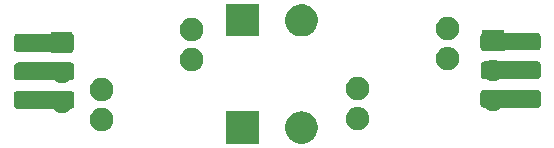
<source format=gts>
G04 #@! TF.GenerationSoftware,KiCad,Pcbnew,5.1.5+dfsg1-2build2*
G04 #@! TF.CreationDate,2022-12-10T10:35:03-05:00*
G04 #@! TF.ProjectId,double-tuned-bpf,646f7562-6c65-42d7-9475-6e65642d6270,rev?*
G04 #@! TF.SameCoordinates,Original*
G04 #@! TF.FileFunction,Soldermask,Top*
G04 #@! TF.FilePolarity,Negative*
%FSLAX46Y46*%
G04 Gerber Fmt 4.6, Leading zero omitted, Abs format (unit mm)*
G04 Created by KiCad (PCBNEW 5.1.5+dfsg1-2build2) date 2022-12-10 10:35:03*
%MOMM*%
%LPD*%
G04 APERTURE LIST*
%ADD10C,0.100000*%
G04 APERTURE END LIST*
D10*
G36*
X129472800Y-100935901D02*
G01*
X129700081Y-100981109D01*
X129949696Y-101084503D01*
X130174344Y-101234608D01*
X130365392Y-101425656D01*
X130515497Y-101650304D01*
X130618891Y-101899919D01*
X130671600Y-102164909D01*
X130671600Y-102435091D01*
X130618891Y-102700081D01*
X130515497Y-102949696D01*
X130365392Y-103174344D01*
X130174344Y-103365392D01*
X129949696Y-103515497D01*
X129700081Y-103618891D01*
X129472800Y-103664099D01*
X129435092Y-103671600D01*
X129164908Y-103671600D01*
X129127200Y-103664099D01*
X128899919Y-103618891D01*
X128650304Y-103515497D01*
X128425656Y-103365392D01*
X128234608Y-103174344D01*
X128084503Y-102949696D01*
X127981109Y-102700081D01*
X127928400Y-102435091D01*
X127928400Y-102164909D01*
X127981109Y-101899919D01*
X128084503Y-101650304D01*
X128234608Y-101425656D01*
X128425656Y-101234608D01*
X128650304Y-101084503D01*
X128899919Y-100981109D01*
X129127200Y-100935901D01*
X129164908Y-100928400D01*
X129435092Y-100928400D01*
X129472800Y-100935901D01*
G37*
G36*
X125671600Y-103671600D02*
G01*
X122928400Y-103671600D01*
X122928400Y-100928400D01*
X125671600Y-100928400D01*
X125671600Y-103671600D01*
G37*
G36*
X112563388Y-100636471D02*
G01*
X112668947Y-100657468D01*
X112849225Y-100732142D01*
X113011471Y-100840551D01*
X113149449Y-100978529D01*
X113257858Y-101140775D01*
X113332532Y-101321053D01*
X113370600Y-101512434D01*
X113370600Y-101707566D01*
X113332532Y-101898947D01*
X113257858Y-102079225D01*
X113149449Y-102241471D01*
X113011471Y-102379449D01*
X112849225Y-102487858D01*
X112668947Y-102562532D01*
X112573256Y-102581566D01*
X112477567Y-102600600D01*
X112282433Y-102600600D01*
X112091053Y-102562532D01*
X111910775Y-102487858D01*
X111748529Y-102379449D01*
X111610551Y-102241471D01*
X111502142Y-102079225D01*
X111427468Y-101898947D01*
X111389400Y-101707566D01*
X111389400Y-101512434D01*
X111427468Y-101321053D01*
X111502142Y-101140775D01*
X111610551Y-100978529D01*
X111748529Y-100840551D01*
X111910775Y-100732142D01*
X112091053Y-100657468D01*
X112196612Y-100636471D01*
X112282433Y-100619400D01*
X112477567Y-100619400D01*
X112563388Y-100636471D01*
G37*
G36*
X134227920Y-100536577D02*
G01*
X134332946Y-100557468D01*
X134417870Y-100592645D01*
X134486147Y-100620926D01*
X134513224Y-100632142D01*
X134675470Y-100740551D01*
X134813448Y-100878529D01*
X134921857Y-101040775D01*
X134963279Y-101140775D01*
X134996531Y-101221054D01*
X135034599Y-101412433D01*
X135034599Y-101607567D01*
X135015565Y-101703256D01*
X134996531Y-101798947D01*
X134921857Y-101979225D01*
X134813448Y-102141471D01*
X134675470Y-102279449D01*
X134513224Y-102387858D01*
X134332946Y-102462532D01*
X134141566Y-102500600D01*
X133946432Y-102500600D01*
X133755052Y-102462532D01*
X133574774Y-102387858D01*
X133412528Y-102279449D01*
X133274550Y-102141471D01*
X133166141Y-101979225D01*
X133091467Y-101798947D01*
X133053399Y-101607567D01*
X133053399Y-101412433D01*
X133091467Y-101221054D01*
X133124720Y-101140775D01*
X133166141Y-101040775D01*
X133274550Y-100878529D01*
X133412528Y-100740551D01*
X133574774Y-100632142D01*
X133601852Y-100620926D01*
X133670128Y-100592645D01*
X133755052Y-100557468D01*
X133860078Y-100536577D01*
X133946432Y-100519400D01*
X134141566Y-100519400D01*
X134227920Y-100536577D01*
G37*
G36*
X109791326Y-99184147D02*
G01*
X109849928Y-99201924D01*
X109903937Y-99230792D01*
X109951277Y-99269643D01*
X109990127Y-99316983D01*
X109991752Y-99320022D01*
X110000945Y-99333781D01*
X110031696Y-99391312D01*
X110049473Y-99449914D01*
X110056080Y-99517000D01*
X110056080Y-100380720D01*
X110049473Y-100447806D01*
X110031696Y-100506408D01*
X110002828Y-100560417D01*
X109963977Y-100607757D01*
X109916637Y-100646608D01*
X109862628Y-100675476D01*
X109804026Y-100693253D01*
X109795049Y-100694137D01*
X109771015Y-100698918D01*
X109748377Y-100708296D01*
X109728003Y-100721910D01*
X109703374Y-100749085D01*
X109699853Y-100754354D01*
X109574354Y-100879853D01*
X109426784Y-100978456D01*
X109262812Y-101046376D01*
X109113512Y-101076073D01*
X109088742Y-101081000D01*
X108911258Y-101081000D01*
X108886488Y-101076073D01*
X108737188Y-101046376D01*
X108573216Y-100978456D01*
X108425646Y-100879853D01*
X108300147Y-100754354D01*
X108300143Y-100754348D01*
X108299244Y-100753449D01*
X108285310Y-100736471D01*
X108266368Y-100720925D01*
X108244757Y-100709375D01*
X108221308Y-100702262D01*
X108196923Y-100699860D01*
X105273220Y-100699860D01*
X105206134Y-100693253D01*
X105147532Y-100675476D01*
X105093523Y-100646608D01*
X105046183Y-100607757D01*
X105007333Y-100560417D01*
X105005708Y-100557378D01*
X104996515Y-100543619D01*
X104965764Y-100486088D01*
X104947987Y-100427486D01*
X104941380Y-100360400D01*
X104941380Y-99496680D01*
X104947987Y-99429594D01*
X104965764Y-99370992D01*
X104994632Y-99316983D01*
X105033483Y-99269643D01*
X105080823Y-99230792D01*
X105134832Y-99201924D01*
X105193434Y-99184147D01*
X105260520Y-99177540D01*
X109724240Y-99177540D01*
X109791326Y-99184147D01*
G37*
G36*
X149291326Y-99084147D02*
G01*
X149349928Y-99101924D01*
X149403937Y-99130792D01*
X149451277Y-99169643D01*
X149490127Y-99216983D01*
X149491752Y-99220022D01*
X149500945Y-99233781D01*
X149531696Y-99291312D01*
X149549473Y-99349914D01*
X149556080Y-99417000D01*
X149556080Y-100280720D01*
X149549473Y-100347806D01*
X149531696Y-100406408D01*
X149502828Y-100460417D01*
X149463977Y-100507757D01*
X149416637Y-100546608D01*
X149362628Y-100575476D01*
X149304026Y-100593253D01*
X149236940Y-100599860D01*
X146206122Y-100599860D01*
X146181736Y-100602262D01*
X146158287Y-100609375D01*
X146136676Y-100620926D01*
X146117745Y-100636462D01*
X146074354Y-100679853D01*
X145926784Y-100778456D01*
X145762812Y-100846376D01*
X145613512Y-100876073D01*
X145588742Y-100881000D01*
X145411258Y-100881000D01*
X145386488Y-100876073D01*
X145237188Y-100846376D01*
X145073216Y-100778456D01*
X144925646Y-100679853D01*
X144882255Y-100636462D01*
X144863324Y-100620926D01*
X144841713Y-100609375D01*
X144818264Y-100602262D01*
X144793878Y-100599860D01*
X144773220Y-100599860D01*
X144706134Y-100593253D01*
X144647532Y-100575476D01*
X144593523Y-100546608D01*
X144546183Y-100507757D01*
X144507333Y-100460417D01*
X144505708Y-100457378D01*
X144496515Y-100443619D01*
X144465764Y-100386088D01*
X144447987Y-100327486D01*
X144441380Y-100260400D01*
X144441380Y-99396680D01*
X144447987Y-99329594D01*
X144465764Y-99270992D01*
X144494632Y-99216983D01*
X144533483Y-99169643D01*
X144580823Y-99130792D01*
X144634832Y-99101924D01*
X144693434Y-99084147D01*
X144760520Y-99077540D01*
X149224240Y-99077540D01*
X149291326Y-99084147D01*
G37*
G36*
X112668947Y-98117468D02*
G01*
X112849225Y-98192142D01*
X113011471Y-98300551D01*
X113149449Y-98438529D01*
X113257858Y-98600775D01*
X113332532Y-98781053D01*
X113370600Y-98972434D01*
X113370600Y-99167566D01*
X113332532Y-99358947D01*
X113257858Y-99539225D01*
X113149449Y-99701471D01*
X113011471Y-99839449D01*
X112849225Y-99947858D01*
X112668947Y-100022532D01*
X112477567Y-100060600D01*
X112282433Y-100060600D01*
X112091053Y-100022532D01*
X111910775Y-99947858D01*
X111748529Y-99839449D01*
X111610551Y-99701471D01*
X111502142Y-99539225D01*
X111427468Y-99358947D01*
X111389400Y-99167566D01*
X111389400Y-98972434D01*
X111427468Y-98781053D01*
X111502142Y-98600775D01*
X111610551Y-98438529D01*
X111748529Y-98300551D01*
X111910775Y-98192142D01*
X112091053Y-98117468D01*
X112282433Y-98079400D01*
X112477567Y-98079400D01*
X112668947Y-98117468D01*
G37*
G36*
X134173680Y-97985788D02*
G01*
X134332946Y-98017468D01*
X134513224Y-98092142D01*
X134675470Y-98200551D01*
X134813448Y-98338529D01*
X134921857Y-98500775D01*
X134996531Y-98681053D01*
X135034599Y-98872434D01*
X135034599Y-99067566D01*
X134996531Y-99258947D01*
X134921857Y-99439225D01*
X134813448Y-99601471D01*
X134675470Y-99739449D01*
X134513224Y-99847858D01*
X134332946Y-99922532D01*
X134237255Y-99941566D01*
X134141566Y-99960600D01*
X133946432Y-99960600D01*
X133755052Y-99922532D01*
X133574774Y-99847858D01*
X133412528Y-99739449D01*
X133274550Y-99601471D01*
X133166141Y-99439225D01*
X133091467Y-99258947D01*
X133053399Y-99067566D01*
X133053399Y-98872434D01*
X133091467Y-98681053D01*
X133166141Y-98500775D01*
X133274550Y-98338529D01*
X133412528Y-98200551D01*
X133574774Y-98092142D01*
X133755052Y-98017468D01*
X133914318Y-97985788D01*
X133946432Y-97979400D01*
X134141566Y-97979400D01*
X134173680Y-97985788D01*
G37*
G36*
X109117140Y-96744649D02*
G01*
X109262812Y-96773624D01*
X109262817Y-96773626D01*
X109268910Y-96774838D01*
X109293296Y-96777240D01*
X109736940Y-96777240D01*
X109804026Y-96783847D01*
X109862628Y-96801624D01*
X109916637Y-96830492D01*
X109963977Y-96869343D01*
X110002828Y-96916683D01*
X110031696Y-96970692D01*
X110049473Y-97029294D01*
X110056080Y-97096380D01*
X110056080Y-97960100D01*
X110049473Y-98027186D01*
X110031696Y-98085788D01*
X110002828Y-98139797D01*
X109963977Y-98187137D01*
X109916637Y-98225988D01*
X109862628Y-98254856D01*
X109804026Y-98272633D01*
X109736940Y-98279240D01*
X109686742Y-98279240D01*
X109662356Y-98281642D01*
X109638907Y-98288755D01*
X109617296Y-98300306D01*
X109598365Y-98315842D01*
X109574354Y-98339853D01*
X109426784Y-98438456D01*
X109262812Y-98506376D01*
X109113512Y-98536073D01*
X109088742Y-98541000D01*
X108911258Y-98541000D01*
X108886488Y-98536073D01*
X108737188Y-98506376D01*
X108573216Y-98438456D01*
X108425646Y-98339853D01*
X108401635Y-98315842D01*
X108382704Y-98300306D01*
X108361093Y-98288755D01*
X108337644Y-98281642D01*
X108313258Y-98279240D01*
X105273220Y-98279240D01*
X105206134Y-98272633D01*
X105147532Y-98254856D01*
X105093523Y-98225988D01*
X105046183Y-98187137D01*
X105007332Y-98139797D01*
X104978464Y-98085788D01*
X104960687Y-98027186D01*
X104954080Y-97960100D01*
X104954080Y-97096380D01*
X104960687Y-97029294D01*
X104978464Y-96970692D01*
X105007332Y-96916683D01*
X105046183Y-96869343D01*
X105093523Y-96830492D01*
X105147532Y-96801624D01*
X105206134Y-96783847D01*
X105273220Y-96777240D01*
X108706704Y-96777240D01*
X108731090Y-96774838D01*
X108737183Y-96773626D01*
X108737188Y-96773624D01*
X108882860Y-96744649D01*
X108911258Y-96739000D01*
X109088742Y-96739000D01*
X109117140Y-96744649D01*
G37*
G36*
X145613512Y-96543927D02*
G01*
X145762812Y-96573624D01*
X145926784Y-96641544D01*
X145926785Y-96641545D01*
X145948679Y-96656174D01*
X145970290Y-96667725D01*
X145993739Y-96674838D01*
X146018124Y-96677240D01*
X149236940Y-96677240D01*
X149304026Y-96683847D01*
X149362628Y-96701624D01*
X149416637Y-96730492D01*
X149463977Y-96769343D01*
X149502828Y-96816683D01*
X149531696Y-96870692D01*
X149549473Y-96929294D01*
X149556080Y-96996380D01*
X149556080Y-97860100D01*
X149549473Y-97927186D01*
X149531696Y-97985788D01*
X149502828Y-98039797D01*
X149463977Y-98087137D01*
X149416637Y-98125988D01*
X149362628Y-98154856D01*
X149304026Y-98172633D01*
X149236940Y-98179240D01*
X146053324Y-98179240D01*
X146028938Y-98181642D01*
X146005489Y-98188755D01*
X145983886Y-98200302D01*
X145926784Y-98238456D01*
X145762812Y-98306376D01*
X145613512Y-98336073D01*
X145588742Y-98341000D01*
X145411258Y-98341000D01*
X145386488Y-98336073D01*
X145237188Y-98306376D01*
X145073216Y-98238456D01*
X145016114Y-98200302D01*
X144994511Y-98188755D01*
X144971062Y-98181642D01*
X144946676Y-98179240D01*
X144773220Y-98179240D01*
X144706134Y-98172633D01*
X144647532Y-98154856D01*
X144593523Y-98125988D01*
X144546183Y-98087137D01*
X144507332Y-98039797D01*
X144478464Y-97985788D01*
X144460687Y-97927186D01*
X144454080Y-97860100D01*
X144454080Y-96996380D01*
X144460687Y-96929294D01*
X144478464Y-96870692D01*
X144507332Y-96816683D01*
X144546183Y-96769343D01*
X144593523Y-96730492D01*
X144647532Y-96701624D01*
X144706134Y-96683847D01*
X144773220Y-96677240D01*
X144981876Y-96677240D01*
X145006262Y-96674838D01*
X145029711Y-96667725D01*
X145051321Y-96656174D01*
X145073215Y-96641545D01*
X145073216Y-96641544D01*
X145237188Y-96573624D01*
X145386488Y-96543927D01*
X145411258Y-96539000D01*
X145588742Y-96539000D01*
X145613512Y-96543927D01*
G37*
G36*
X120182910Y-95556376D02*
G01*
X120288947Y-95577468D01*
X120469225Y-95652142D01*
X120631471Y-95760551D01*
X120769449Y-95898529D01*
X120877858Y-96060775D01*
X120877859Y-96060777D01*
X120952532Y-96241054D01*
X120990600Y-96432433D01*
X120990600Y-96627567D01*
X120984910Y-96656174D01*
X120952532Y-96818947D01*
X120902329Y-96940147D01*
X120879037Y-96996380D01*
X120877858Y-96999225D01*
X120769449Y-97161471D01*
X120631471Y-97299449D01*
X120469225Y-97407858D01*
X120288947Y-97482532D01*
X120193256Y-97501566D01*
X120097567Y-97520600D01*
X119902433Y-97520600D01*
X119711053Y-97482532D01*
X119530775Y-97407858D01*
X119368529Y-97299449D01*
X119230551Y-97161471D01*
X119122142Y-96999225D01*
X119120964Y-96996380D01*
X119097671Y-96940147D01*
X119047468Y-96818947D01*
X119015090Y-96656174D01*
X119009400Y-96627567D01*
X119009400Y-96432433D01*
X119047468Y-96241054D01*
X119122141Y-96060777D01*
X119122142Y-96060775D01*
X119230551Y-95898529D01*
X119368529Y-95760551D01*
X119530775Y-95652142D01*
X119711053Y-95577468D01*
X119817090Y-95556376D01*
X119902433Y-95539400D01*
X120097567Y-95539400D01*
X120182910Y-95556376D01*
G37*
G36*
X141808601Y-95448756D02*
G01*
X141952946Y-95477468D01*
X142072087Y-95526818D01*
X142102656Y-95539480D01*
X142133224Y-95552142D01*
X142295470Y-95660551D01*
X142433448Y-95798529D01*
X142541857Y-95960775D01*
X142616531Y-96141053D01*
X142654599Y-96332434D01*
X142654599Y-96527566D01*
X142616531Y-96718947D01*
X142541857Y-96899225D01*
X142433448Y-97061471D01*
X142295470Y-97199449D01*
X142133224Y-97307858D01*
X141952946Y-97382532D01*
X141761566Y-97420600D01*
X141566432Y-97420600D01*
X141375052Y-97382532D01*
X141194774Y-97307858D01*
X141032528Y-97199449D01*
X140894550Y-97061471D01*
X140786141Y-96899225D01*
X140711467Y-96718947D01*
X140673399Y-96527566D01*
X140673399Y-96332434D01*
X140711467Y-96141053D01*
X140786141Y-95960775D01*
X140894550Y-95798529D01*
X141032528Y-95660551D01*
X141194774Y-95552142D01*
X141225343Y-95539480D01*
X141255911Y-95526818D01*
X141375052Y-95477468D01*
X141519397Y-95448756D01*
X141566432Y-95439400D01*
X141761566Y-95439400D01*
X141808601Y-95448756D01*
G37*
G36*
X109901000Y-94334469D02*
G01*
X109903402Y-94358855D01*
X109910515Y-94382304D01*
X109922066Y-94403915D01*
X109937611Y-94422857D01*
X109946702Y-94431095D01*
X109958896Y-94441102D01*
X109997748Y-94488443D01*
X110026616Y-94542452D01*
X110044393Y-94601054D01*
X110051000Y-94668140D01*
X110051000Y-95531860D01*
X110044393Y-95598946D01*
X110026616Y-95657548D01*
X109997748Y-95711557D01*
X109958896Y-95758898D01*
X109946702Y-95768905D01*
X109929374Y-95786231D01*
X109915760Y-95806606D01*
X109906383Y-95829244D01*
X109901602Y-95853278D01*
X109901000Y-95865531D01*
X109901000Y-96001000D01*
X108099000Y-96001000D01*
X108099000Y-95983619D01*
X108096598Y-95959233D01*
X108089485Y-95935784D01*
X108077934Y-95914173D01*
X108062389Y-95895231D01*
X108043447Y-95879686D01*
X108021836Y-95868135D01*
X107998387Y-95861022D01*
X107974001Y-95858620D01*
X105255440Y-95858620D01*
X105188354Y-95852013D01*
X105129752Y-95834236D01*
X105075743Y-95805368D01*
X105028403Y-95766517D01*
X104989552Y-95719177D01*
X104960684Y-95665168D01*
X104942907Y-95606566D01*
X104936300Y-95539480D01*
X104936300Y-94675760D01*
X104942907Y-94608674D01*
X104960684Y-94550072D01*
X104989552Y-94496063D01*
X105028403Y-94448723D01*
X105076672Y-94409110D01*
X105080908Y-94406280D01*
X105142452Y-94373384D01*
X105201054Y-94355607D01*
X105268140Y-94349000D01*
X107974001Y-94349000D01*
X107998387Y-94346598D01*
X108021836Y-94339485D01*
X108043447Y-94327934D01*
X108062389Y-94312389D01*
X108077934Y-94293447D01*
X108089485Y-94271836D01*
X108096598Y-94248387D01*
X108099000Y-94224001D01*
X108099000Y-94199000D01*
X109901000Y-94199000D01*
X109901000Y-94334469D01*
G37*
G36*
X146401000Y-94124001D02*
G01*
X146403402Y-94148387D01*
X146410515Y-94171836D01*
X146422066Y-94193447D01*
X146437611Y-94212389D01*
X146456553Y-94227934D01*
X146478164Y-94239485D01*
X146501613Y-94246598D01*
X146525999Y-94249000D01*
X149231860Y-94249000D01*
X149298946Y-94255607D01*
X149357548Y-94273384D01*
X149411557Y-94302252D01*
X149458897Y-94341103D01*
X149497748Y-94388443D01*
X149526616Y-94442452D01*
X149544393Y-94501054D01*
X149551000Y-94568140D01*
X149551000Y-95431860D01*
X149544393Y-95498946D01*
X149526616Y-95557548D01*
X149497748Y-95611557D01*
X149458897Y-95658897D01*
X149410628Y-95698510D01*
X149406392Y-95701340D01*
X149344848Y-95734236D01*
X149286246Y-95752013D01*
X149219160Y-95758620D01*
X146525999Y-95758620D01*
X146501613Y-95761022D01*
X146478164Y-95768135D01*
X146456553Y-95779686D01*
X146437611Y-95795231D01*
X146432877Y-95801000D01*
X144599000Y-95801000D01*
X144599000Y-95783574D01*
X144596598Y-95759188D01*
X144589485Y-95735739D01*
X144577934Y-95714128D01*
X144562389Y-95695186D01*
X144553299Y-95686948D01*
X144528403Y-95666516D01*
X144489552Y-95619177D01*
X144460684Y-95565168D01*
X144442907Y-95506566D01*
X144436300Y-95439480D01*
X144436300Y-94575760D01*
X144442907Y-94508674D01*
X144460684Y-94450072D01*
X144489552Y-94396063D01*
X144528403Y-94348724D01*
X144553299Y-94328292D01*
X144570627Y-94310965D01*
X144584240Y-94290590D01*
X144593618Y-94267951D01*
X144598398Y-94243918D01*
X144599000Y-94231666D01*
X144599000Y-93999000D01*
X146401000Y-93999000D01*
X146401000Y-94124001D01*
G37*
G36*
X120288947Y-93037468D02*
G01*
X120469225Y-93112142D01*
X120631471Y-93220551D01*
X120769449Y-93358529D01*
X120877858Y-93520775D01*
X120877859Y-93520777D01*
X120952532Y-93701054D01*
X120982099Y-93849694D01*
X120990600Y-93892434D01*
X120990600Y-94087566D01*
X120952532Y-94278947D01*
X120877858Y-94459225D01*
X120769449Y-94621471D01*
X120631471Y-94759449D01*
X120469225Y-94867858D01*
X120288947Y-94942532D01*
X120097567Y-94980600D01*
X119902433Y-94980600D01*
X119711053Y-94942532D01*
X119530775Y-94867858D01*
X119368529Y-94759449D01*
X119230551Y-94621471D01*
X119122142Y-94459225D01*
X119047468Y-94278947D01*
X119009400Y-94087566D01*
X119009400Y-93892434D01*
X119017902Y-93849694D01*
X119047468Y-93701054D01*
X119122141Y-93520777D01*
X119122142Y-93520775D01*
X119230551Y-93358529D01*
X119368529Y-93220551D01*
X119530775Y-93112142D01*
X119711053Y-93037468D01*
X119902433Y-92999400D01*
X120097567Y-92999400D01*
X120288947Y-93037468D01*
G37*
G36*
X141857255Y-92918434D02*
G01*
X141952946Y-92937468D01*
X142133224Y-93012142D01*
X142295470Y-93120551D01*
X142433448Y-93258529D01*
X142541857Y-93420775D01*
X142616531Y-93601053D01*
X142654599Y-93792434D01*
X142654599Y-93987566D01*
X142616531Y-94178947D01*
X142580724Y-94265392D01*
X142549364Y-94341103D01*
X142541857Y-94359225D01*
X142433448Y-94521471D01*
X142295470Y-94659449D01*
X142133224Y-94767858D01*
X141952946Y-94842532D01*
X141857255Y-94861566D01*
X141761566Y-94880600D01*
X141566432Y-94880600D01*
X141470743Y-94861566D01*
X141375052Y-94842532D01*
X141194774Y-94767858D01*
X141032528Y-94659449D01*
X140894550Y-94521471D01*
X140786141Y-94359225D01*
X140778635Y-94341103D01*
X140747274Y-94265392D01*
X140711467Y-94178947D01*
X140673399Y-93987566D01*
X140673399Y-93792434D01*
X140711467Y-93601053D01*
X140786141Y-93420775D01*
X140894550Y-93258529D01*
X141032528Y-93120551D01*
X141194774Y-93012142D01*
X141375052Y-92937468D01*
X141470743Y-92918434D01*
X141566432Y-92899400D01*
X141761566Y-92899400D01*
X141857255Y-92918434D01*
G37*
G36*
X129472800Y-91835901D02*
G01*
X129700081Y-91881109D01*
X129949696Y-91984503D01*
X130174344Y-92134608D01*
X130365392Y-92325656D01*
X130515497Y-92550304D01*
X130618891Y-92799919D01*
X130671600Y-93064909D01*
X130671600Y-93335091D01*
X130618891Y-93600081D01*
X130515497Y-93849696D01*
X130365392Y-94074344D01*
X130174344Y-94265392D01*
X129949696Y-94415497D01*
X129700081Y-94518891D01*
X129472800Y-94564099D01*
X129435092Y-94571600D01*
X129164908Y-94571600D01*
X129127200Y-94564099D01*
X128899919Y-94518891D01*
X128650304Y-94415497D01*
X128425656Y-94265392D01*
X128234608Y-94074344D01*
X128084503Y-93849696D01*
X127981109Y-93600081D01*
X127928400Y-93335091D01*
X127928400Y-93064909D01*
X127981109Y-92799919D01*
X128084503Y-92550304D01*
X128234608Y-92325656D01*
X128425656Y-92134608D01*
X128650304Y-91984503D01*
X128899919Y-91881109D01*
X129127200Y-91835901D01*
X129164908Y-91828400D01*
X129435092Y-91828400D01*
X129472800Y-91835901D01*
G37*
G36*
X125671600Y-94571600D02*
G01*
X122928400Y-94571600D01*
X122928400Y-91828400D01*
X125671600Y-91828400D01*
X125671600Y-94571600D01*
G37*
M02*

</source>
